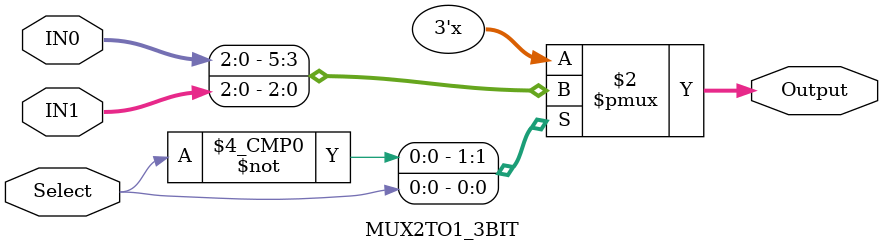
<source format=v>
module MUX2TO1_3BIT(IN0, IN1, Select, Output); 

input [2:0] IN0, IN1; 
input Select ; 
output reg [2:0] Output;

always @ *  
	case (Select) 
		1'b0   : Output <= IN0; 
		1'b1   : Output <= IN1;
	endcase 

endmodule
</source>
